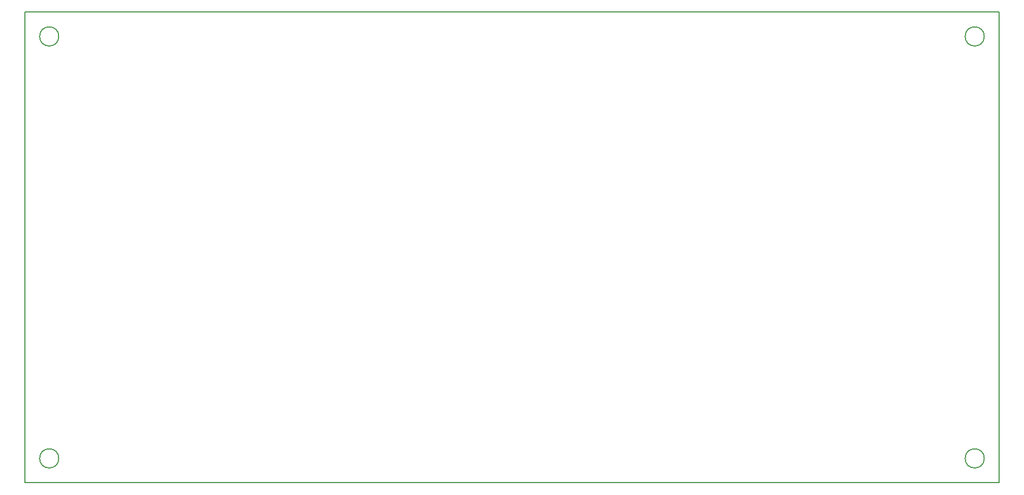
<source format=gm1>
G04 #@! TF.GenerationSoftware,KiCad,Pcbnew,(6.0.1)*
G04 #@! TF.CreationDate,2022-01-24T13:46:14-05:00*
G04 #@! TF.ProjectId,copis_electronics,636f7069-735f-4656-9c65-6374726f6e69,rev?*
G04 #@! TF.SameCoordinates,Original*
G04 #@! TF.FileFunction,Profile,NP*
%FSLAX46Y46*%
G04 Gerber Fmt 4.6, Leading zero omitted, Abs format (unit mm)*
G04 Created by KiCad (PCBNEW (6.0.1)) date 2022-01-24 13:46:14*
%MOMM*%
%LPD*%
G01*
G04 APERTURE LIST*
G04 #@! TA.AperFunction,Profile*
%ADD10C,0.150000*%
G04 #@! TD*
G04 APERTURE END LIST*
D10*
X66040000Y-113030000D02*
X66040000Y-39370000D01*
X71350000Y-109220000D02*
G75*
G03*
X71350000Y-109220000I-1500000J0D01*
G01*
X216130000Y-109220000D02*
G75*
G03*
X216130000Y-109220000I-1500000J0D01*
G01*
X71350000Y-43180000D02*
G75*
G03*
X71350000Y-43180000I-1500000J0D01*
G01*
X218440000Y-39370000D02*
X218440000Y-113030000D01*
X216130000Y-43180000D02*
G75*
G03*
X216130000Y-43180000I-1500000J0D01*
G01*
X218440000Y-113030000D02*
X66040000Y-113030000D01*
X66040000Y-39370000D02*
X218440000Y-39370000D01*
M02*

</source>
